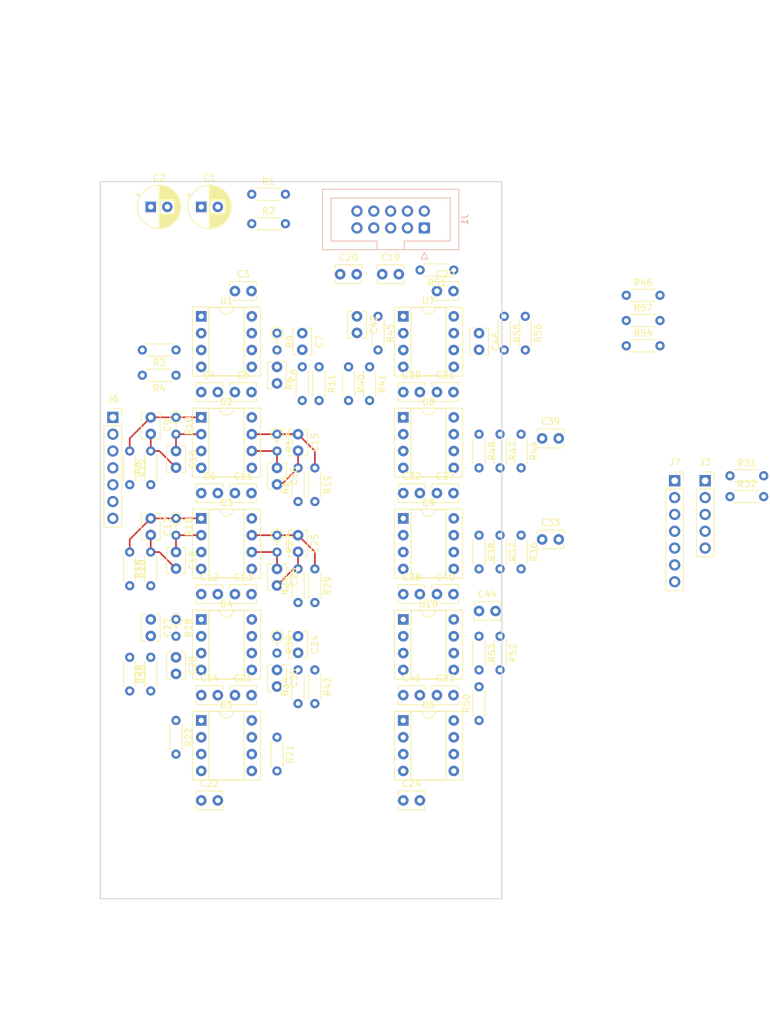
<source format=kicad_pcb>
(kicad_pcb (version 20171130) (host pcbnew 5.1.10)
  (title_block (title "(title)") (comment 1 "PCB for panel") (comment 2 "(description)") (comment 4 "License CC BY 4.0 - Attribution 4.0 International"))
  (layers (0 F.Cu signal) (31 B.Cu signal) (34 B.Paste user) (35 F.Paste user) (36 B.SilkS user) (37 F.SilkS user) (38 B.Mask user) (39 F.Mask user) (44 Edge.Cuts user))
  (net 0 "")
  (net 1 GND)
  (net 2 +15V)
  (net 3 -15V)
  (net 4 "Net-(C7-Pad1)")
  (net 5 "Net-(C8-Pad1)")
  (net 6 "Net-(C9-Pad1)")
  (net 7 "Net-(C10-Pad1)")
  (net 8 "Net-(C15-Pad1)")
  (net 9 "Net-(C16-Pad1)")
  (net 10 "Net-(C17-Pad1)")
  (net 11 "Net-(C18-Pad1)")
  (net 12 "Net-(C19-Pad1)")
  (net 13 "Net-(C20-Pad1)")
  (net 14 "Net-(C25-Pad1)")
  (net 15 "Net-(C26-Pad1)")
  (net 16 "Net-(C27-Pad1)")
  (net 17 "Net-(C28-Pad1)")
  (net 18 "Net-(C33-Pad2)")
  (net 19 "Net-(C34-Pad1)")
  (net 20 "Net-(C35-Pad1)")
  (net 21 "Net-(C39-Pad2)")
  (net 22 "Net-(C42-Pad2)")
  (net 23 "Net-(C44-Pad2)")
  (net 24 "Net-(C46-Pad2)")
  (net 25 "Net-(C46-Pad1)")
  (net 26 +5V)
  (net 27 VP)
  (net 28 VN)
  (net 29 "Net-(R3-Pad1)")
  (net 30 "Net-(R21-Pad1)")
  (net 31 "Net-(R22-Pad1)")
  (net 32 "Net-(R31-Pad2)")
  (net 33 "Net-(R32-Pad2)")
  (net 34 "Net-(R37-Pad1)")
  (net 35 "Net-(R46-Pad1)")
  (net 36 "Net-(R47-Pad1)")
  (net 37 "Net-(R52-Pad1)")
  (net 38 "Net-(R54-Pad1)")
  (net 39 "Net-(R57-Pad1)")
  (net 40 "Net-(C3-Pad1)")
  (net 41 "Net-(C5-Pad1)")
  (net 42 "Net-(C11-Pad1)")
  (net 43 "Net-(C13-Pad1)")
  (net 44 "Net-(C19-Pad2)")
  (net 45 "Net-(C20-Pad2)")
  (net 46 "Net-(C21-Pad1)")
  (net 47 "Net-(C23-Pad1)")
  (net 48 "Net-(C29-Pad1)")
  (net 49 "Net-(C31-Pad1)")
  (net 50 "Net-(C37-Pad1)")
  (net 51 "Net-(C40-Pad1)")
  (net 52 OUT)
  (net 53 A_B)
  (net 54 F_B)
  (net 55 B_B)
  (net 56 G_B)
  (net 57 C_B)
  (net 58 H_B)
  (net 59 D_B)
  (net 60 A_C)
  (net 61 COM_OUT_A)
  (net 62 COM_OUT_B)
  (net 63 IN)
  (net 64 E_B)
  (net 65 A_A)
  (net 66 J_B)
  (net 67 I_B)
  (module Resistor_THT:R_Axial_DIN0204_L3.6mm_D1.6mm_P5.08mm_Horizontal (layer F.Cu) (at 145.82 98.32)
    (fp_text reference R32 (at 2.54 -1.92) (layer F.SilkS))
    (fp_text value 330)
    (pad 2 thru_hole oval (at 5.08 0) (size 1.4 1.4) (drill 0.7) (layers *.Cu *.Mask) (net 33 "Net-(R32-Pad2)"))
    (pad 1 thru_hole circle (at 0 0) (size 1.4 1.4) (drill 0.7) (layers *.Cu *.Mask) (net 62 COM_OUT_B))
  )
  (module Resistor_THT:R_Axial_DIN0204_L3.6mm_D1.6mm_P5.08mm_Horizontal (layer F.Cu) (at 145.82 95.17)
    (fp_text reference R31 (at 2.54 -1.92) (layer F.SilkS))
    (fp_text value 330)
    (pad 2 thru_hole oval (at 5.08 0) (size 1.4 1.4) (drill 0.7) (layers *.Cu *.Mask) (net 32 "Net-(R31-Pad2)"))
    (pad 1 thru_hole circle (at 0 0) (size 1.4 1.4) (drill 0.7) (layers *.Cu *.Mask) (net 61 COM_OUT_A))
  )
  (module Connector_PinSocket_2.54mm:PinSocket_1x07_P2.54mm_Vertical (layer F.Cu) (at 137.47 95.92)
    (fp_text reference J7 (at 0 -2.77) (layer F.SilkS))
    (fp_text value Conn_01x07_Female)
    (pad 7 thru_hole oval (at 0 15.24) (size 1.7 1.7) (drill 1) (layers *.Cu *.Mask) (net 66 J_B))
    (pad 6 thru_hole oval (at 0 12.7) (size 1.7 1.7) (drill 1) (layers *.Cu *.Mask) (net 67 I_B))
    (pad 5 thru_hole oval (at 0 10.16) (size 1.7 1.7) (drill 1) (layers *.Cu *.Mask) (net 58 H_B))
    (pad 4 thru_hole oval (at 0 7.62) (size 1.7 1.7) (drill 1) (layers *.Cu *.Mask) (net 56 G_B))
    (pad 3 thru_hole oval (at 0 5.08) (size 1.7 1.7) (drill 1) (layers *.Cu *.Mask) (net 54 F_B))
    (pad 2 thru_hole oval (at 0 2.54) (size 1.7 1.7) (drill 1) (layers *.Cu *.Mask) (net 60 A_C))
    (pad 1 thru_hole rect (at 0 0) (size 1.7 1.7) (drill 1) (layers *.Cu *.Mask) (net 65 A_A))
  )
  (module Connector_PinSocket_2.54mm:PinSocket_1x07_P2.54mm_Vertical (layer F.Cu) (at 52.705 86.36)
    (fp_text reference J6 (at 0 -2.77) (layer F.SilkS))
    (fp_text value Conn_01x07_Female)
    (pad 7 thru_hole oval (at 0 15.24) (size 1.7 1.7) (drill 1) (layers *.Cu *.Mask) (net 64 E_B))
    (pad 6 thru_hole oval (at 0 12.7) (size 1.7 1.7) (drill 1) (layers *.Cu *.Mask) (net 59 D_B))
    (pad 5 thru_hole oval (at 0 10.16) (size 1.7 1.7) (drill 1) (layers *.Cu *.Mask) (net 57 C_B))
    (pad 4 thru_hole oval (at 0 7.62) (size 1.7 1.7) (drill 1) (layers *.Cu *.Mask) (net 55 B_B))
    (pad 3 thru_hole oval (at 0 5.08) (size 1.7 1.7) (drill 1) (layers *.Cu *.Mask) (net 53 A_B))
    (pad 2 thru_hole oval (at 0 2.54) (size 1.7 1.7) (drill 1) (layers *.Cu *.Mask) (net 60 A_C))
    (pad 1 thru_hole rect (at 0 0) (size 1.7 1.7) (drill 1) (layers *.Cu *.Mask) (net 65 A_A))
  )
  (module Connector_PinSocket_2.54mm:PinSocket_1x05_P2.54mm_Vertical (layer F.Cu) (at 142.07 95.92)
    (fp_text reference J3 (at 0 -2.77) (layer F.SilkS))
    (fp_text value Conn_01x05_Female)
    (pad 5 thru_hole oval (at 0 10.16) (size 1.7 1.7) (drill 1) (layers *.Cu *.Mask) (net 52 OUT))
    (pad 4 thru_hole oval (at 0 7.62) (size 1.7 1.7) (drill 1) (layers *.Cu *.Mask) (net 61 COM_OUT_A))
    (pad 3 thru_hole oval (at 0 5.08) (size 1.7 1.7) (drill 1) (layers *.Cu *.Mask) (net 62 COM_OUT_B))
    (pad 2 thru_hole oval (at 0 2.54) (size 1.7 1.7) (drill 1) (layers *.Cu *.Mask) (net 63 IN))
    (pad 1 thru_hole rect (at 0 0) (size 1.7 1.7) (drill 1) (layers *.Cu *.Mask) (net 1 GND))
  )
  (module Resistor_THT:R_Axial_DIN0204_L3.6mm_D1.6mm_P2.54mm_Vertical (layer F.Cu) (at 77.47 73.66 270)
    (fp_text reference R9 (at 1.27 -1.92 90) (layer F.SilkS))
    (fp_text value 510k)
    (pad 2 thru_hole oval (at 2.54 0 270) (size 1.4 1.4) (drill 0.7) (layers *.Cu *.Mask) (net 5 "Net-(C8-Pad1)"))
    (pad 1 thru_hole circle (at 0 0 270) (size 1.4 1.4) (drill 0.7) (layers *.Cu *.Mask) (net 4 "Net-(C7-Pad1)"))
  )
  (module Resistor_THT:R_Axial_DIN0204_L3.6mm_D1.6mm_P2.54mm_Vertical (layer F.Cu) (at 62.23 116.84 270)
    (fp_text reference R28 (at 1.27 -1.92 90) (layer F.SilkS))
    (fp_text value 560k)
    (pad 2 thru_hole oval (at 2.54 0 270) (size 1.4 1.4) (drill 0.7) (layers *.Cu *.Mask) (net 17 "Net-(C28-Pad1)"))
    (pad 1 thru_hole circle (at 0 0 270) (size 1.4 1.4) (drill 0.7) (layers *.Cu *.Mask) (net 16 "Net-(C27-Pad1)"))
  )
  (module Resistor_THT:R_Axial_DIN0204_L3.6mm_D1.6mm_P2.54mm_Vertical (layer F.Cu) (at 77.47 119.38 270)
    (fp_text reference R39 (at 1.27 -1.92 90) (layer F.SilkS))
    (fp_text value 620k)
    (pad 2 thru_hole oval (at 2.54 0 270) (size 1.4 1.4) (drill 0.7) (layers *.Cu *.Mask) (net 20 "Net-(C35-Pad1)"))
    (pad 1 thru_hole circle (at 0 0 270) (size 1.4 1.4) (drill 0.7) (layers *.Cu *.Mask) (net 19 "Net-(C34-Pad1)"))
  )
  (module Resistor_THT:R_Axial_DIN0204_L3.6mm_D1.6mm_P2.54mm_Vertical (layer F.Cu) (at 77.47 104.14 270)
    (fp_text reference R27 (at 1.27 -1.92 90) (layer F.SilkS))
    (fp_text value 510k)
    (pad 2 thru_hole oval (at 2.54 0 270) (size 1.4 1.4) (drill 0.7) (layers *.Cu *.Mask) (net 15 "Net-(C26-Pad1)"))
    (pad 1 thru_hole circle (at 0 0 270) (size 1.4 1.4) (drill 0.7) (layers *.Cu *.Mask) (net 14 "Net-(C25-Pad1)"))
  )
  (module Resistor_THT:R_Axial_DIN0204_L3.6mm_D1.6mm_P2.54mm_Vertical (layer F.Cu) (at 62.23 101.6 270)
    (fp_text reference R18 (at 1.27 -1.92 90) (layer F.SilkS))
    (fp_text value 910k)
    (pad 2 thru_hole oval (at 2.54 0 270) (size 1.4 1.4) (drill 0.7) (layers *.Cu *.Mask) (net 11 "Net-(C18-Pad1)"))
    (pad 1 thru_hole circle (at 0 0 270) (size 1.4 1.4) (drill 0.7) (layers *.Cu *.Mask) (net 10 "Net-(C17-Pad1)"))
  )
  (module Resistor_THT:R_Axial_DIN0204_L3.6mm_D1.6mm_P2.54mm_Vertical (layer F.Cu) (at 77.47 88.9 270)
    (fp_text reference R17 (at 1.27 -1.92 90) (layer F.SilkS))
    (fp_text value 820k)
    (pad 2 thru_hole oval (at 2.54 0 270) (size 1.4 1.4) (drill 0.7) (layers *.Cu *.Mask) (net 9 "Net-(C16-Pad1)"))
    (pad 1 thru_hole circle (at 0 0 270) (size 1.4 1.4) (drill 0.7) (layers *.Cu *.Mask) (net 8 "Net-(C15-Pad1)"))
  )
  (module Resistor_THT:R_Axial_DIN0204_L3.6mm_D1.6mm_P2.54mm_Vertical (layer F.Cu) (at 62.23 86.36 270)
    (fp_text reference R10 (at 1.27 -1.92 90) (layer F.SilkS))
    (fp_text value 680k)
    (pad 2 thru_hole oval (at 2.54 0 270) (size 1.4 1.4) (drill 0.7) (layers *.Cu *.Mask) (net 7 "Net-(C10-Pad1)"))
    (pad 1 thru_hole circle (at 0 0 270) (size 1.4 1.4) (drill 0.7) (layers *.Cu *.Mask) (net 6 "Net-(C9-Pad1)"))
  )
  (module Resistor_THT:R_Axial_DIN0204_L3.6mm_D1.6mm_P5.08mm_Horizontal (layer F.Cu) (at 130.175 71.755)
    (fp_text reference R57 (at 2.54 -1.92) (layer F.SilkS))
    (fp_text value 22k)
    (pad 2 thru_hole oval (at 5.08 0) (size 1.4 1.4) (drill 0.7) (layers *.Cu *.Mask) (net 44 "Net-(C19-Pad2)"))
    (pad 1 thru_hole circle (at 0 0) (size 1.4 1.4) (drill 0.7) (layers *.Cu *.Mask) (net 39 "Net-(R57-Pad1)"))
  )
  (module Resistor_THT:R_Axial_DIN0204_L3.6mm_D1.6mm_P5.08mm_Horizontal (layer F.Cu) (at 114.935 71.12 270)
    (fp_text reference R56 (at 2.54 -1.92 90) (layer F.SilkS))
    (fp_text value 330)
    (pad 2 thru_hole oval (at 5.08 0 270) (size 1.4 1.4) (drill 0.7) (layers *.Cu *.Mask) (net 25 "Net-(C46-Pad1)"))
    (pad 1 thru_hole circle (at 0 0 270) (size 1.4 1.4) (drill 0.7) (layers *.Cu *.Mask) (net 52 OUT))
  )
  (module Resistor_THT:R_Axial_DIN0204_L3.6mm_D1.6mm_P5.08mm_Horizontal (layer F.Cu) (at 111.76 71.12 270)
    (fp_text reference R55 (at 2.54 -1.92 90) (layer F.SilkS))
    (fp_text value 4k7)
    (pad 2 thru_hole oval (at 5.08 0 270) (size 1.4 1.4) (drill 0.7) (layers *.Cu *.Mask) (net 24 "Net-(C46-Pad2)"))
    (pad 1 thru_hole circle (at 0 0 270) (size 1.4 1.4) (drill 0.7) (layers *.Cu *.Mask) (net 52 OUT))
  )
  (module Resistor_THT:R_Axial_DIN0204_L3.6mm_D1.6mm_P5.08mm_Horizontal (layer F.Cu) (at 130.175 75.565)
    (fp_text reference R54 (at 2.54 -1.92) (layer F.SilkS))
    (fp_text value 33k)
    (pad 2 thru_hole oval (at 5.08 0) (size 1.4 1.4) (drill 0.7) (layers *.Cu *.Mask) (net 45 "Net-(C20-Pad2)"))
    (pad 1 thru_hole circle (at 0 0) (size 1.4 1.4) (drill 0.7) (layers *.Cu *.Mask) (net 38 "Net-(R54-Pad1)"))
  )
  (module Resistor_THT:R_Axial_DIN0204_L3.6mm_D1.6mm_P5.08mm_Horizontal (layer F.Cu) (at 107.95 119.38 270)
    (fp_text reference R53 (at 2.54 -1.92 90) (layer F.SilkS))
    (fp_text value 10k)
    (pad 2 thru_hole oval (at 5.08 0 270) (size 1.4 1.4) (drill 0.7) (layers *.Cu *.Mask) (net 23 "Net-(C44-Pad2)"))
    (pad 1 thru_hole circle (at 0 0 270) (size 1.4 1.4) (drill 0.7) (layers *.Cu *.Mask) (net 37 "Net-(R52-Pad1)"))
  )
  (module Resistor_THT:R_Axial_DIN0204_L3.6mm_D1.6mm_P5.08mm_Horizontal (layer F.Cu) (at 111.125 119.38 270)
    (fp_text reference R52 (at 2.54 -1.92 90) (layer F.SilkS))
    (fp_text value 15k4)
    (pad 2 thru_hole oval (at 5.08 0 270) (size 1.4 1.4) (drill 0.7) (layers *.Cu *.Mask) (net 66 J_B))
    (pad 1 thru_hole circle (at 0 0 270) (size 1.4 1.4) (drill 0.7) (layers *.Cu *.Mask) (net 37 "Net-(R52-Pad1)"))
  )
  (module Resistor_THT:R_Axial_DIN0204_L3.6mm_D1.6mm_P5.08mm_Horizontal (layer F.Cu) (at 104.14 64.135 180)
    (fp_text reference R51 (at 2.54 -1.92) (layer F.SilkS))
    (fp_text value 4k7)
    (pad 2 thru_hole oval (at 5.08 0 180) (size 1.4 1.4) (drill 0.7) (layers *.Cu *.Mask) (net 60 A_C))
    (pad 1 thru_hole circle (at 0 0 180) (size 1.4 1.4) (drill 0.7) (layers *.Cu *.Mask) (net 24 "Net-(C46-Pad2)"))
  )
  (module Resistor_THT:R_Axial_DIN0204_L3.6mm_D1.6mm_P5.08mm_Horizontal (layer F.Cu) (at 107.95 132.08 90)
    (fp_text reference R50 (at 2.54 -1.92 90) (layer F.SilkS))
    (fp_text value 68k)
    (pad 2 thru_hole oval (at 5.08 0 90) (size 1.4 1.4) (drill 0.7) (layers *.Cu *.Mask) (net 23 "Net-(C44-Pad2)"))
    (pad 1 thru_hole circle (at 0 0 90) (size 1.4 1.4) (drill 0.7) (layers *.Cu *.Mask) (net 1 GND))
  )
  (module Resistor_THT:R_Axial_DIN0204_L3.6mm_D1.6mm_P5.08mm_Horizontal (layer F.Cu) (at 107.95 88.9 270)
    (fp_text reference R48 (at 2.54 -1.92 90) (layer F.SilkS))
    (fp_text value 10k)
    (pad 2 thru_hole oval (at 5.08 0 270) (size 1.4 1.4) (drill 0.7) (layers *.Cu *.Mask) (net 21 "Net-(C39-Pad2)"))
    (pad 1 thru_hole circle (at 0 0 270) (size 1.4 1.4) (drill 0.7) (layers *.Cu *.Mask) (net 36 "Net-(R47-Pad1)"))
  )
  (module Resistor_THT:R_Axial_DIN0204_L3.6mm_D1.6mm_P5.08mm_Horizontal (layer F.Cu) (at 111.125 88.9 270)
    (fp_text reference R47 (at 2.54 -1.92 90) (layer F.SilkS))
    (fp_text value 16k5)
    (pad 2 thru_hole oval (at 5.08 0 270) (size 1.4 1.4) (drill 0.7) (layers *.Cu *.Mask) (net 64 E_B))
    (pad 1 thru_hole circle (at 0 0 270) (size 1.4 1.4) (drill 0.7) (layers *.Cu *.Mask) (net 36 "Net-(R47-Pad1)"))
  )
  (module Resistor_THT:R_Axial_DIN0204_L3.6mm_D1.6mm_P5.08mm_Horizontal (layer F.Cu) (at 130.175 67.945)
    (fp_text reference R46 (at 2.54 -1.92) (layer F.SilkS))
    (fp_text value 33k)
    (pad 2 thru_hole oval (at 5.08 0) (size 1.4 1.4) (drill 0.7) (layers *.Cu *.Mask) (net 44 "Net-(C19-Pad2)"))
    (pad 1 thru_hole circle (at 0 0) (size 1.4 1.4) (drill 0.7) (layers *.Cu *.Mask) (net 35 "Net-(R46-Pad1)"))
  )
  (module Resistor_THT:R_Axial_DIN0204_L3.6mm_D1.6mm_P5.08mm_Horizontal (layer F.Cu) (at 92.71 71.12 270)
    (fp_text reference R45 (at 2.54 -1.92 90) (layer F.SilkS))
    (fp_text value 47k)
    (pad 2 thru_hole oval (at 5.08 0 270) (size 1.4 1.4) (drill 0.7) (layers *.Cu *.Mask) (net 22 "Net-(C42-Pad2)"))
    (pad 1 thru_hole circle (at 0 0 270) (size 1.4 1.4) (drill 0.7) (layers *.Cu *.Mask) (net 60 A_C))
  )
  (module Resistor_THT:R_Axial_DIN0204_L3.6mm_D1.6mm_P5.08mm_Horizontal (layer F.Cu) (at 114.3 88.9 270)
    (fp_text reference R44 (at 2.54 -1.92 90) (layer F.SilkS))
    (fp_text value 130k)
    (pad 2 thru_hole oval (at 5.08 0 270) (size 1.4 1.4) (drill 0.7) (layers *.Cu *.Mask) (net 21 "Net-(C39-Pad2)"))
    (pad 1 thru_hole circle (at 0 0 270) (size 1.4 1.4) (drill 0.7) (layers *.Cu *.Mask) (net 1 GND))
  )
  (module Resistor_THT:R_Axial_DIN0204_L3.6mm_D1.6mm_P5.08mm_Horizontal (layer F.Cu) (at 83.185 124.46 270)
    (fp_text reference R42 (at 2.54 -1.92 90) (layer F.SilkS))
    (fp_text value 47k)
    (pad 2 thru_hole oval (at 5.08 0 270) (size 1.4 1.4) (drill 0.7) (layers *.Cu *.Mask) (net 45 "Net-(C20-Pad2)"))
    (pad 1 thru_hole circle (at 0 0 270) (size 1.4 1.4) (drill 0.7) (layers *.Cu *.Mask) (net 19 "Net-(C34-Pad1)"))
  )
  (module Resistor_THT:R_Axial_DIN0204_L3.6mm_D1.6mm_P5.08mm_Horizontal (layer F.Cu) (at 91.44 78.74 270)
    (fp_text reference R41 (at 2.54 -1.92 90) (layer F.SilkS))
    (fp_text value 47k)
    (pad 2 thru_hole oval (at 5.08 0 270) (size 1.4 1.4) (drill 0.7) (layers *.Cu *.Mask) (net 31 "Net-(R22-Pad1)"))
    (pad 1 thru_hole circle (at 0 0 270) (size 1.4 1.4) (drill 0.7) (layers *.Cu *.Mask) (net 22 "Net-(C42-Pad2)"))
  )
  (module Resistor_THT:R_Axial_DIN0204_L3.6mm_D1.6mm_P5.08mm_Horizontal (layer F.Cu) (at 88.265 78.74 270)
    (fp_text reference R40 (at 2.54 -1.92 90) (layer F.SilkS))
    (fp_text value 47k)
    (pad 2 thru_hole oval (at 5.08 0 270) (size 1.4 1.4) (drill 0.7) (layers *.Cu *.Mask) (net 30 "Net-(R21-Pad1)"))
    (pad 1 thru_hole circle (at 0 0 270) (size 1.4 1.4) (drill 0.7) (layers *.Cu *.Mask) (net 22 "Net-(C42-Pad2)"))
  )
  (module Resistor_THT:R_Axial_DIN0204_L3.6mm_D1.6mm_P5.08mm_Horizontal (layer F.Cu) (at 107.95 104.14 270)
    (fp_text reference R38 (at 2.54 -1.92 90) (layer F.SilkS))
    (fp_text value 10k)
    (pad 2 thru_hole oval (at 5.08 0 270) (size 1.4 1.4) (drill 0.7) (layers *.Cu *.Mask) (net 18 "Net-(C33-Pad2)"))
    (pad 1 thru_hole circle (at 0 0 270) (size 1.4 1.4) (drill 0.7) (layers *.Cu *.Mask) (net 34 "Net-(R37-Pad1)"))
  )
  (module Resistor_THT:R_Axial_DIN0204_L3.6mm_D1.6mm_P5.08mm_Horizontal (layer F.Cu) (at 111.125 104.14 270)
    (fp_text reference R37 (at 2.54 -1.92 90) (layer F.SilkS))
    (fp_text value 16k5)
    (pad 2 thru_hole oval (at 5.08 0 270) (size 1.4 1.4) (drill 0.7) (layers *.Cu *.Mask) (net 67 I_B))
    (pad 1 thru_hole circle (at 0 0 270) (size 1.4 1.4) (drill 0.7) (layers *.Cu *.Mask) (net 34 "Net-(R37-Pad1)"))
  )
  (module Resistor_THT:R_Axial_DIN0204_L3.6mm_D1.6mm_P5.08mm_Horizontal (layer F.Cu) (at 114.3 104.14 270)
    (fp_text reference R36 (at 2.54 -1.92 90) (layer F.SilkS))
    (fp_text value 82k)
    (pad 2 thru_hole oval (at 5.08 0 270) (size 1.4 1.4) (drill 0.7) (layers *.Cu *.Mask) (net 18 "Net-(C33-Pad2)"))
    (pad 1 thru_hole circle (at 0 0 270) (size 1.4 1.4) (drill 0.7) (layers *.Cu *.Mask) (net 1 GND))
  )
  (module Resistor_THT:R_Axial_DIN0204_L3.6mm_D1.6mm_P5.08mm_Horizontal (layer F.Cu) (at 80.645 129.54 90)
    (fp_text reference R34 (at 2.54 -1.92 90) (layer F.SilkS))
    (fp_text value 27k)
    (pad 2 thru_hole oval (at 5.08 0 90) (size 1.4 1.4) (drill 0.7) (layers *.Cu *.Mask) (net 59 D_B))
    (pad 1 thru_hole circle (at 0 0 90) (size 1.4 1.4) (drill 0.7) (layers *.Cu *.Mask) (net 1 GND))
  )
  (module Resistor_THT:R_Axial_DIN0204_L3.6mm_D1.6mm_P5.08mm_Horizontal (layer F.Cu) (at 55.245 122.555 270)
    (fp_text reference R30 (at 2.54 -1.92 90) (layer F.SilkS))
    (fp_text value 47k)
    (pad 2 thru_hole oval (at 5.08 0 270) (size 1.4 1.4) (drill 0.7) (layers *.Cu *.Mask) (net 44 "Net-(C19-Pad2)"))
    (pad 1 thru_hole circle (at 0 0 270) (size 1.4 1.4) (drill 0.7) (layers *.Cu *.Mask) (net 16 "Net-(C27-Pad1)"))
  )
  (module Resistor_THT:R_Axial_DIN0204_L3.6mm_D1.6mm_P5.08mm_Horizontal (layer F.Cu) (at 83.185 109.22 270)
    (fp_text reference R29 (at 2.54 -1.92 90) (layer F.SilkS))
    (fp_text value 47k)
    (pad 2 thru_hole oval (at 5.08 0 270) (size 1.4 1.4) (drill 0.7) (layers *.Cu *.Mask) (net 45 "Net-(C20-Pad2)"))
    (pad 1 thru_hole circle (at 0 0 270) (size 1.4 1.4) (drill 0.7) (layers *.Cu *.Mask) (net 14 "Net-(C25-Pad1)"))
  )
  (module Resistor_THT:R_Axial_DIN0204_L3.6mm_D1.6mm_P5.08mm_Horizontal (layer F.Cu) (at 58.42 127.635 90)
    (fp_text reference R26 (at 2.54 -1.92 90) (layer F.SilkS))
    (fp_text value 24k)
    (pad 2 thru_hole oval (at 5.08 0 90) (size 1.4 1.4) (drill 0.7) (layers *.Cu *.Mask) (net 58 H_B))
    (pad 1 thru_hole circle (at 0 0 90) (size 1.4 1.4) (drill 0.7) (layers *.Cu *.Mask) (net 1 GND))
  )
  (module Resistor_THT:R_Axial_DIN0204_L3.6mm_D1.6mm_P5.08mm_Horizontal (layer F.Cu) (at 80.645 114.3 90)
    (fp_text reference R24 (at 2.54 -1.92 90) (layer F.SilkS))
    (fp_text value 22k)
    (pad 2 thru_hole oval (at 5.08 0 90) (size 1.4 1.4) (drill 0.7) (layers *.Cu *.Mask) (net 57 C_B))
    (pad 1 thru_hole circle (at 0 0 90) (size 1.4 1.4) (drill 0.7) (layers *.Cu *.Mask) (net 1 GND))
  )
  (module Resistor_THT:R_Axial_DIN0204_L3.6mm_D1.6mm_P5.08mm_Horizontal (layer F.Cu) (at 62.23 132.08 270)
    (fp_text reference R22 (at 2.54 -1.92 90) (layer F.SilkS))
    (fp_text value 47k)
    (pad 2 thru_hole oval (at 5.08 0 270) (size 1.4 1.4) (drill 0.7) (layers *.Cu *.Mask) (net 13 "Net-(C20-Pad1)"))
    (pad 1 thru_hole circle (at 0 0 270) (size 1.4 1.4) (drill 0.7) (layers *.Cu *.Mask) (net 31 "Net-(R22-Pad1)"))
  )
  (module Resistor_THT:R_Axial_DIN0204_L3.6mm_D1.6mm_P5.08mm_Horizontal (layer F.Cu) (at 77.47 134.62 270)
    (fp_text reference R21 (at 2.54 -1.92 90) (layer F.SilkS))
    (fp_text value 47k)
    (pad 2 thru_hole oval (at 5.08 0 270) (size 1.4 1.4) (drill 0.7) (layers *.Cu *.Mask) (net 12 "Net-(C19-Pad1)"))
    (pad 1 thru_hole circle (at 0 0 270) (size 1.4 1.4) (drill 0.7) (layers *.Cu *.Mask) (net 30 "Net-(R21-Pad1)"))
  )
  (module Resistor_THT:R_Axial_DIN0204_L3.6mm_D1.6mm_P5.08mm_Horizontal (layer F.Cu) (at 55.245 106.68 270)
    (fp_text reference R20 (at 2.54 -1.92 90) (layer F.SilkS))
    (fp_text value 47k)
    (pad 2 thru_hole oval (at 5.08 0 270) (size 1.4 1.4) (drill 0.7) (layers *.Cu *.Mask) (net 44 "Net-(C19-Pad2)"))
    (pad 1 thru_hole circle (at 0 0 270) (size 1.4 1.4) (drill 0.7) (layers *.Cu *.Mask) (net 10 "Net-(C17-Pad1)"))
  )
  (module Resistor_THT:R_Axial_DIN0204_L3.6mm_D1.6mm_P5.08mm_Horizontal (layer F.Cu) (at 83.185 93.98 270)
    (fp_text reference R19 (at 2.54 -1.92 90) (layer F.SilkS))
    (fp_text value 47k)
    (pad 2 thru_hole oval (at 5.08 0 270) (size 1.4 1.4) (drill 0.7) (layers *.Cu *.Mask) (net 45 "Net-(C20-Pad2)"))
    (pad 1 thru_hole circle (at 0 0 270) (size 1.4 1.4) (drill 0.7) (layers *.Cu *.Mask) (net 8 "Net-(C15-Pad1)"))
  )
  (module Resistor_THT:R_Axial_DIN0204_L3.6mm_D1.6mm_P5.08mm_Horizontal (layer F.Cu) (at 58.42 111.76 90)
    (fp_text reference R16 (at 2.54 -1.92 90) (layer F.SilkS))
    (fp_text value 43k)
    (pad 2 thru_hole oval (at 5.08 0 90) (size 1.4 1.4) (drill 0.7) (layers *.Cu *.Mask) (net 56 G_B))
    (pad 1 thru_hole circle (at 0 0 90) (size 1.4 1.4) (drill 0.7) (layers *.Cu *.Mask) (net 1 GND))
  )
  (module Resistor_THT:R_Axial_DIN0204_L3.6mm_D1.6mm_P5.08mm_Horizontal (layer F.Cu) (at 80.645 99.06 90)
    (fp_text reference R14 (at 2.54 -1.92 90) (layer F.SilkS))
    (fp_text value 36k)
    (pad 2 thru_hole oval (at 5.08 0 90) (size 1.4 1.4) (drill 0.7) (layers *.Cu *.Mask) (net 55 B_B))
    (pad 1 thru_hole circle (at 0 0 90) (size 1.4 1.4) (drill 0.7) (layers *.Cu *.Mask) (net 1 GND))
  )
  (module Resistor_THT:R_Axial_DIN0204_L3.6mm_D1.6mm_P5.08mm_Horizontal (layer F.Cu) (at 55.245 91.44 270)
    (fp_text reference R12 (at 2.54 -1.92 90) (layer F.SilkS))
    (fp_text value 47k)
    (pad 2 thru_hole oval (at 5.08 0 270) (size 1.4 1.4) (drill 0.7) (layers *.Cu *.Mask) (net 44 "Net-(C19-Pad2)"))
    (pad 1 thru_hole circle (at 0 0 270) (size 1.4 1.4) (drill 0.7) (layers *.Cu *.Mask) (net 6 "Net-(C9-Pad1)"))
  )
  (module Resistor_THT:R_Axial_DIN0204_L3.6mm_D1.6mm_P5.08mm_Horizontal (layer F.Cu) (at 83.82 78.74 270)
    (fp_text reference R11 (at 2.54 -1.92 90) (layer F.SilkS))
    (fp_text value 47k)
    (pad 2 thru_hole oval (at 5.08 0 270) (size 1.4 1.4) (drill 0.7) (layers *.Cu *.Mask) (net 45 "Net-(C20-Pad2)"))
    (pad 1 thru_hole circle (at 0 0 270) (size 1.4 1.4) (drill 0.7) (layers *.Cu *.Mask) (net 4 "Net-(C7-Pad1)"))
  )
  (module Resistor_THT:R_Axial_DIN0204_L3.6mm_D1.6mm_P5.08mm_Horizontal (layer F.Cu) (at 58.42 96.52 90)
    (fp_text reference R8 (at 2.54 -1.92 90) (layer F.SilkS))
    (fp_text value 30k)
    (pad 2 thru_hole oval (at 5.08 0 90) (size 1.4 1.4) (drill 0.7) (layers *.Cu *.Mask) (net 54 F_B))
    (pad 1 thru_hole circle (at 0 0 90) (size 1.4 1.4) (drill 0.7) (layers *.Cu *.Mask) (net 1 GND))
  )
  (module Resistor_THT:R_Axial_DIN0204_L3.6mm_D1.6mm_P5.08mm_Horizontal (layer F.Cu) (at 81.28 83.82 90)
    (fp_text reference R6 (at 2.54 -1.92 90) (layer F.SilkS))
    (fp_text value 91k)
    (pad 2 thru_hole oval (at 5.08 0 90) (size 1.4 1.4) (drill 0.7) (layers *.Cu *.Mask) (net 53 A_B))
    (pad 1 thru_hole circle (at 0 0 90) (size 1.4 1.4) (drill 0.7) (layers *.Cu *.Mask) (net 1 GND))
  )
  (module Resistor_THT:R_Axial_DIN0204_L3.6mm_D1.6mm_P5.08mm_Horizontal (layer F.Cu) (at 62.23 80.01 180)
    (fp_text reference R4 (at 2.54 -1.92) (layer F.SilkS))
    (fp_text value 470k)
    (pad 2 thru_hole oval (at 5.08 0 180) (size 1.4 1.4) (drill 0.7) (layers *.Cu *.Mask) (net 1 GND))
    (pad 1 thru_hole circle (at 0 0 180) (size 1.4 1.4) (drill 0.7) (layers *.Cu *.Mask) (net 29 "Net-(R3-Pad1)"))
  )
  (module Resistor_THT:R_Axial_DIN0204_L3.6mm_D1.6mm_P5.08mm_Horizontal (layer F.Cu) (at 62.23 76.2 180)
    (fp_text reference R3 (at 2.54 -1.92) (layer F.SilkS))
    (fp_text value 3k3)
    (pad 2 thru_hole oval (at 5.08 0 180) (size 1.4 1.4) (drill 0.7) (layers *.Cu *.Mask) (net 63 IN))
    (pad 1 thru_hole circle (at 0 0 180) (size 1.4 1.4) (drill 0.7) (layers *.Cu *.Mask) (net 29 "Net-(R3-Pad1)"))
  )
  (module Resistor_THT:R_Axial_DIN0204_L3.6mm_D1.6mm_P5.08mm_Horizontal (layer F.Cu) (at 73.66 57.15)
    (fp_text reference R2 (at 2.54 -1.92) (layer F.SilkS))
    (fp_text value 10)
    (pad 2 thru_hole oval (at 5.08 0) (size 1.4 1.4) (drill 0.7) (layers *.Cu *.Mask) (net 28 VN))
    (pad 1 thru_hole circle (at 0 0) (size 1.4 1.4) (drill 0.7) (layers *.Cu *.Mask) (net 3 -15V))
  )
  (module Resistor_THT:R_Axial_DIN0204_L3.6mm_D1.6mm_P5.08mm_Horizontal (layer F.Cu) (at 73.66 52.705)
    (fp_text reference R1 (at 2.54 -1.92) (layer F.SilkS))
    (fp_text value 10)
    (pad 2 thru_hole oval (at 5.08 0) (size 1.4 1.4) (drill 0.7) (layers *.Cu *.Mask) (net 27 VP))
    (pad 1 thru_hole circle (at 0 0) (size 1.4 1.4) (drill 0.7) (layers *.Cu *.Mask) (net 2 +15V))
  )
  (module Capacitor_THT:C_Disc_D3.8mm_W2.6mm_P2.50mm (layer F.Cu) (at 107.95 73.66 270)
    (fp_text reference C46 (at 1.25 -2.55 90) (layer F.SilkS))
    (fp_text value 47p)
    (pad 2 thru_hole circle (at 2.5 0 270) (size 1.6 1.6) (drill 0.8) (layers *.Cu *.Mask) (net 24 "Net-(C46-Pad2)"))
    (pad 1 thru_hole circle (at 0 0 270) (size 1.6 1.6) (drill 0.8) (layers *.Cu *.Mask) (net 25 "Net-(C46-Pad1)"))
  )
  (module Capacitor_THT:C_Disc_D3.8mm_W2.6mm_P2.50mm (layer F.Cu) (at 107.95 115.57)
    (fp_text reference C44 (at 1.25 -2.55) (layer F.SilkS))
    (fp_text value 220p)
    (pad 2 thru_hole circle (at 2.5 0) (size 1.6 1.6) (drill 0.8) (layers *.Cu *.Mask) (net 23 "Net-(C44-Pad2)"))
    (pad 1 thru_hole circle (at 0 0) (size 1.6 1.6) (drill 0.8) (layers *.Cu *.Mask) (net 1 GND))
  )
  (module Capacitor_THT:C_Disc_D3.8mm_W2.6mm_P2.50mm (layer F.Cu) (at 89.535 71.12 270)
    (fp_text reference C42 (at 1.25 -2.55 90) (layer F.SilkS))
    (fp_text value 47p)
    (pad 2 thru_hole circle (at 2.5 0 270) (size 1.6 1.6) (drill 0.8) (layers *.Cu *.Mask) (net 22 "Net-(C42-Pad2)"))
    (pad 1 thru_hole circle (at 0 0 270) (size 1.6 1.6) (drill 0.8) (layers *.Cu *.Mask) (net 60 A_C))
  )
  (module Capacitor_THT:C_Disc_D3.8mm_W2.6mm_P2.50mm (layer F.Cu) (at 96.52 128.27)
    (fp_text reference C41 (at 1.25 -2.55) (layer F.SilkS))
    (fp_text value 0.1u)
    (pad 2 thru_hole circle (at 2.5 0) (size 1.6 1.6) (drill 0.8) (layers *.Cu *.Mask) (net 51 "Net-(C40-Pad1)"))
    (pad 1 thru_hole circle (at 0 0) (size 1.6 1.6) (drill 0.8) (layers *.Cu *.Mask) (net 3 -15V))
  )
  (module Capacitor_THT:C_Disc_D3.8mm_W2.6mm_P2.50mm (layer F.Cu) (at 101.6 113.03)
    (fp_text reference C40 (at 1.25 -2.55) (layer F.SilkS))
    (fp_text value 0.1u)
    (pad 2 thru_hole circle (at 2.5 0) (size 1.6 1.6) (drill 0.8) (layers *.Cu *.Mask) (net 2 +15V))
    (pad 1 thru_hole circle (at 0 0) (size 1.6 1.6) (drill 0.8) (layers *.Cu *.Mask) (net 51 "Net-(C40-Pad1)"))
  )
  (module Capacitor_THT:C_Disc_D3.8mm_W2.6mm_P2.50mm (layer F.Cu) (at 117.475 89.535)
    (fp_text reference C39 (at 1.25 -2.55) (layer F.SilkS))
    (fp_text value 220p)
    (pad 2 thru_hole circle (at 2.5 0) (size 1.6 1.6) (drill 0.8) (layers *.Cu *.Mask) (net 21 "Net-(C39-Pad2)"))
    (pad 1 thru_hole circle (at 0 0) (size 1.6 1.6) (drill 0.8) (layers *.Cu *.Mask) (net 1 GND))
  )
  (module Capacitor_THT:C_Disc_D3.8mm_W2.6mm_P2.50mm (layer F.Cu) (at 96.52 113.03)
    (fp_text reference C38 (at 1.25 -2.55) (layer F.SilkS))
    (fp_text value 0.1u)
    (pad 2 thru_hole circle (at 2.5 0) (size 1.6 1.6) (drill 0.8) (layers *.Cu *.Mask) (net 50 "Net-(C37-Pad1)"))
    (pad 1 thru_hole circle (at 0 0) (size 1.6 1.6) (drill 0.8) (layers *.Cu *.Mask) (net 3 -15V))
  )
  (module Capacitor_THT:C_Disc_D3.8mm_W2.6mm_P2.50mm (layer F.Cu) (at 101.6 97.79)
    (fp_text reference C37 (at 1.25 -2.55) (layer F.SilkS))
    (fp_text value 0.1u)
    (pad 2 thru_hole circle (at 2.5 0) (size 1.6 1.6) (drill 0.8) (layers *.Cu *.Mask) (net 2 +15V))
    (pad 1 thru_hole circle (at 0 0) (size 1.6 1.6) (drill 0.8) (layers *.Cu *.Mask) (net 50 "Net-(C37-Pad1)"))
  )
  (module Capacitor_THT:C_Disc_D3.8mm_W2.6mm_P2.50mm (layer F.Cu) (at 77.47 124.46 270)
    (fp_text reference C35 (at 1.25 -2.55 90) (layer F.SilkS))
    (fp_text value 1n)
    (pad 2 thru_hole circle (at 2.5 0 270) (size 1.6 1.6) (drill 0.8) (layers *.Cu *.Mask) (net 59 D_B))
    (pad 1 thru_hole circle (at 0 0 270) (size 1.6 1.6) (drill 0.8) (layers *.Cu *.Mask) (net 20 "Net-(C35-Pad1)"))
  )
  (module Capacitor_THT:C_Disc_D3.8mm_W2.6mm_P2.50mm (layer F.Cu) (at 80.645 119.38 270)
    (fp_text reference C34 (at 1.25 -2.55 90) (layer F.SilkS))
    (fp_text value 1n)
    (pad 2 thru_hole circle (at 2.5 0 270) (size 1.6 1.6) (drill 0.8) (layers *.Cu *.Mask) (net 59 D_B))
    (pad 1 thru_hole circle (at 0 0 270) (size 1.6 1.6) (drill 0.8) (layers *.Cu *.Mask) (net 19 "Net-(C34-Pad1)"))
  )
  (module Capacitor_THT:C_Disc_D3.8mm_W2.6mm_P2.50mm (layer F.Cu) (at 117.475 104.775)
    (fp_text reference C33 (at 1.25 -2.55) (layer F.SilkS))
    (fp_text value 680p)
    (pad 2 thru_hole circle (at 2.5 0) (size 1.6 1.6) (drill 0.8) (layers *.Cu *.Mask) (net 18 "Net-(C33-Pad2)"))
    (pad 1 thru_hole circle (at 0 0) (size 1.6 1.6) (drill 0.8) (layers *.Cu *.Mask) (net 1 GND))
  )
  (module Capacitor_THT:C_Disc_D3.8mm_W2.6mm_P2.50mm (layer F.Cu) (at 96.52 97.79)
    (fp_text reference C32 (at 1.25 -2.55) (layer F.SilkS))
    (fp_text value 0.1u)
    (pad 2 thru_hole circle (at 2.5 0) (size 1.6 1.6) (drill 0.8) (layers *.Cu *.Mask) (net 49 "Net-(C31-Pad1)"))
    (pad 1 thru_hole circle (at 0 0) (size 1.6 1.6) (drill 0.8) (layers *.Cu *.Mask) (net 3 -15V))
  )
  (module Capacitor_THT:C_Disc_D3.8mm_W2.6mm_P2.50mm (layer F.Cu) (at 101.6 82.55)
    (fp_text reference C31 (at 1.25 -2.55) (layer F.SilkS))
    (fp_text value 0.1u)
    (pad 2 thru_hole circle (at 2.5 0) (size 1.6 1.6) (drill 0.8) (layers *.Cu *.Mask) (net 2 +15V))
    (pad 1 thru_hole circle (at 0 0) (size 1.6 1.6) (drill 0.8) (layers *.Cu *.Mask) (net 49 "Net-(C31-Pad1)"))
  )
  (module Capacitor_THT:C_Disc_D3.8mm_W2.6mm_P2.50mm (layer F.Cu) (at 96.52 82.55)
    (fp_text reference C30 (at 1.25 -2.55) (layer F.SilkS))
    (fp_text value 0.1u)
    (pad 2 thru_hole circle (at 2.5 0) (size 1.6 1.6) (drill 0.8) (layers *.Cu *.Mask) (net 48 "Net-(C29-Pad1)"))
    (pad 1 thru_hole circle (at 0 0) (size 1.6 1.6) (drill 0.8) (layers *.Cu *.Mask) (net 3 -15V))
  )
  (module Capacitor_THT:C_Disc_D3.8mm_W2.6mm_P2.50mm (layer F.Cu) (at 101.6 67.31)
    (fp_text reference C29 (at 1.25 -2.55) (layer F.SilkS))
    (fp_text value 0.1u)
    (pad 2 thru_hole circle (at 2.5 0) (size 1.6 1.6) (drill 0.8) (layers *.Cu *.Mask) (net 2 +15V))
    (pad 1 thru_hole circle (at 0 0) (size 1.6 1.6) (drill 0.8) (layers *.Cu *.Mask) (net 48 "Net-(C29-Pad1)"))
  )
  (module Capacitor_THT:C_Disc_D3.8mm_W2.6mm_P2.50mm (layer F.Cu) (at 62.23 122.555 270)
    (fp_text reference C28 (at 1.25 -2.55 90) (layer F.SilkS))
    (fp_text value 2n2)
    (pad 2 thru_hole circle (at 2.5 0 270) (size 1.6 1.6) (drill 0.8) (layers *.Cu *.Mask) (net 58 H_B))
    (pad 1 thru_hole circle (at 0 0 270) (size 1.6 1.6) (drill 0.8) (layers *.Cu *.Mask) (net 17 "Net-(C28-Pad1)"))
  )
  (module Capacitor_THT:C_Disc_D3.8mm_W2.6mm_P2.50mm (layer F.Cu) (at 58.42 116.84 270)
    (fp_text reference C27 (at 1.25 -2.55 90) (layer F.SilkS))
    (fp_text value 2n2)
    (pad 2 thru_hole circle (at 2.5 0 270) (size 1.6 1.6) (drill 0.8) (layers *.Cu *.Mask) (net 58 H_B))
    (pad 1 thru_hole circle (at 0 0 270) (size 1.6 1.6) (drill 0.8) (layers *.Cu *.Mask) (net 16 "Net-(C27-Pad1)"))
  )
  (module Capacitor_THT:C_Disc_D3.8mm_W2.6mm_P2.50mm (layer F.Cu) (at 77.47 109.22 270)
    (fp_text reference C26 (at 1.25 -2.55 90) (layer F.SilkS))
    (fp_text value 4n7)
    (pad 2 thru_hole circle (at 2.5 0 270) (size 1.6 1.6) (drill 0.8) (layers *.Cu *.Mask) (net 57 C_B))
    (pad 1 thru_hole circle (at 0 0 270) (size 1.6 1.6) (drill 0.8) (layers *.Cu *.Mask) (net 15 "Net-(C26-Pad1)"))
  )
  (module Capacitor_THT:C_Disc_D3.8mm_W2.6mm_P2.50mm (layer F.Cu) (at 80.645 104.14 270)
    (fp_text reference C25 (at 1.25 -2.55 90) (layer F.SilkS))
    (fp_text value 4n7)
    (pad 2 thru_hole circle (at 2.5 0 270) (size 1.6 1.6) (drill 0.8) (layers *.Cu *.Mask) (net 57 C_B))
    (pad 1 thru_hole circle (at 0 0 270) (size 1.6 1.6) (drill 0.8) (layers *.Cu *.Mask) (net 14 "Net-(C25-Pad1)"))
  )
  (module Capacitor_THT:C_Disc_D3.8mm_W2.6mm_P2.50mm (layer F.Cu) (at 96.52 144.145)
    (fp_text reference C24 (at 1.25 -2.55) (layer F.SilkS))
    (fp_text value 0.1u)
    (pad 2 thru_hole circle (at 2.5 0) (size 1.6 1.6) (drill 0.8) (layers *.Cu *.Mask) (net 47 "Net-(C23-Pad1)"))
    (pad 1 thru_hole circle (at 0 0) (size 1.6 1.6) (drill 0.8) (layers *.Cu *.Mask) (net 3 -15V))
  )
  (module Capacitor_THT:C_Disc_D3.8mm_W2.6mm_P2.50mm (layer F.Cu) (at 101.6 128.27)
    (fp_text reference C23 (at 1.25 -2.55) (layer F.SilkS))
    (fp_text value 0.1u)
    (pad 2 thru_hole circle (at 2.5 0) (size 1.6 1.6) (drill 0.8) (layers *.Cu *.Mask) (net 2 +15V))
    (pad 1 thru_hole circle (at 0 0) (size 1.6 1.6) (drill 0.8) (layers *.Cu *.Mask) (net 47 "Net-(C23-Pad1)"))
  )
  (module Capacitor_THT:C_Disc_D3.8mm_W2.6mm_P2.50mm (layer F.Cu) (at 66.04 144.145)
    (fp_text reference C22 (at 1.25 -2.55) (layer F.SilkS))
    (fp_text value 0.1u)
    (pad 2 thru_hole circle (at 2.5 0) (size 1.6 1.6) (drill 0.8) (layers *.Cu *.Mask) (net 46 "Net-(C21-Pad1)"))
    (pad 1 thru_hole circle (at 0 0) (size 1.6 1.6) (drill 0.8) (layers *.Cu *.Mask) (net 3 -15V))
  )
  (module Capacitor_THT:C_Disc_D3.8mm_W2.6mm_P2.50mm (layer F.Cu) (at 71.12 128.27)
    (fp_text reference C21 (at 1.25 -2.55) (layer F.SilkS))
    (fp_text value 0.1u)
    (pad 2 thru_hole circle (at 2.5 0) (size 1.6 1.6) (drill 0.8) (layers *.Cu *.Mask) (net 2 +15V))
    (pad 1 thru_hole circle (at 0 0) (size 1.6 1.6) (drill 0.8) (layers *.Cu *.Mask) (net 46 "Net-(C21-Pad1)"))
  )
  (module Capacitor_THT:C_Disc_D3.8mm_W2.6mm_P2.50mm (layer F.Cu) (at 86.995 64.77)
    (fp_text reference C20 (at 1.25 -2.55) (layer F.SilkS))
    (fp_text value 4u7)
    (pad 2 thru_hole circle (at 2.5 0) (size 1.6 1.6) (drill 0.8) (layers *.Cu *.Mask) (net 45 "Net-(C20-Pad2)"))
    (pad 1 thru_hole circle (at 0 0) (size 1.6 1.6) (drill 0.8) (layers *.Cu *.Mask) (net 13 "Net-(C20-Pad1)"))
  )
  (module Capacitor_THT:C_Disc_D3.8mm_W2.6mm_P2.50mm (layer F.Cu) (at 93.345 64.77)
    (fp_text reference C19 (at 1.25 -2.55) (layer F.SilkS))
    (fp_text value 4u7)
    (pad 2 thru_hole circle (at 2.5 0) (size 1.6 1.6) (drill 0.8) (layers *.Cu *.Mask) (net 44 "Net-(C19-Pad2)"))
    (pad 1 thru_hole circle (at 0 0) (size 1.6 1.6) (drill 0.8) (layers *.Cu *.Mask) (net 12 "Net-(C19-Pad1)"))
  )
  (module Capacitor_THT:C_Disc_D3.8mm_W2.6mm_P2.50mm (layer F.Cu) (at 62.23 106.68 270)
    (fp_text reference C18 (at 1.25 -2.55 90) (layer F.SilkS))
    (fp_text value 4n7)
    (pad 2 thru_hole circle (at 2.5 0 270) (size 1.6 1.6) (drill 0.8) (layers *.Cu *.Mask) (net 56 G_B))
    (pad 1 thru_hole circle (at 0 0 270) (size 1.6 1.6) (drill 0.8) (layers *.Cu *.Mask) (net 11 "Net-(C18-Pad1)"))
  )
  (module Capacitor_THT:C_Disc_D3.8mm_W2.6mm_P2.50mm (layer F.Cu) (at 58.42 101.6 270)
    (fp_text reference C17 (at 1.25 -2.55 90) (layer F.SilkS))
    (fp_text value 4n7)
    (pad 2 thru_hole circle (at 2.5 0 270) (size 1.6 1.6) (drill 0.8) (layers *.Cu *.Mask) (net 56 G_B))
    (pad 1 thru_hole circle (at 0 0 270) (size 1.6 1.6) (drill 0.8) (layers *.Cu *.Mask) (net 10 "Net-(C17-Pad1)"))
  )
  (module Capacitor_THT:C_Disc_D3.8mm_W2.6mm_P2.50mm (layer F.Cu) (at 77.47 93.98 270)
    (fp_text reference C16 (at 1.25 -2.55 90) (layer F.SilkS))
    (fp_text value 10n)
    (pad 2 thru_hole circle (at 2.5 0 270) (size 1.6 1.6) (drill 0.8) (layers *.Cu *.Mask) (net 55 B_B))
    (pad 1 thru_hole circle (at 0 0 270) (size 1.6 1.6) (drill 0.8) (layers *.Cu *.Mask) (net 9 "Net-(C16-Pad1)"))
  )
  (module Capacitor_THT:C_Disc_D3.8mm_W2.6mm_P2.50mm (layer F.Cu) (at 80.645 88.9 270)
    (fp_text reference C15 (at 1.25 -2.55 90) (layer F.SilkS))
    (fp_text value 10n)
    (pad 2 thru_hole circle (at 2.5 0 270) (size 1.6 1.6) (drill 0.8) (layers *.Cu *.Mask) (net 55 B_B))
    (pad 1 thru_hole circle (at 0 0 270) (size 1.6 1.6) (drill 0.8) (layers *.Cu *.Mask) (net 8 "Net-(C15-Pad1)"))
  )
  (module Capacitor_THT:C_Disc_D3.8mm_W2.6mm_P2.50mm (layer F.Cu) (at 66.04 128.27)
    (fp_text reference C14 (at 1.25 -2.55) (layer F.SilkS))
    (fp_text value 0.1u)
    (pad 2 thru_hole circle (at 2.5 0) (size 1.6 1.6) (drill 0.8) (layers *.Cu *.Mask) (net 43 "Net-(C13-Pad1)"))
    (pad 1 thru_hole circle (at 0 0) (size 1.6 1.6) (drill 0.8) (layers *.Cu *.Mask) (net 3 -15V))
  )
  (module Capacitor_THT:C_Disc_D3.8mm_W2.6mm_P2.50mm (layer F.Cu) (at 71.12 113.03)
    (fp_text reference C13 (at 1.25 -2.55) (layer F.SilkS))
    (fp_text value 0.1u)
    (pad 2 thru_hole circle (at 2.5 0) (size 1.6 1.6) (drill 0.8) (layers *.Cu *.Mask) (net 2 +15V))
    (pad 1 thru_hole circle (at 0 0) (size 1.6 1.6) (drill 0.8) (layers *.Cu *.Mask) (net 43 "Net-(C13-Pad1)"))
  )
  (module Capacitor_THT:C_Disc_D3.8mm_W2.6mm_P2.50mm (layer F.Cu) (at 66.04 113.03)
    (fp_text reference C12 (at 1.25 -2.55) (layer F.SilkS))
    (fp_text value 0.1u)
    (pad 2 thru_hole circle (at 2.5 0) (size 1.6 1.6) (drill 0.8) (layers *.Cu *.Mask) (net 42 "Net-(C11-Pad1)"))
    (pad 1 thru_hole circle (at 0 0) (size 1.6 1.6) (drill 0.8) (layers *.Cu *.Mask) (net 3 -15V))
  )
  (module Capacitor_THT:C_Disc_D3.8mm_W2.6mm_P2.50mm (layer F.Cu) (at 71.12 97.79)
    (fp_text reference C11 (at 1.25 -2.55) (layer F.SilkS))
    (fp_text value 0.1u)
    (pad 2 thru_hole circle (at 2.5 0) (size 1.6 1.6) (drill 0.8) (layers *.Cu *.Mask) (net 2 +15V))
    (pad 1 thru_hole circle (at 0 0) (size 1.6 1.6) (drill 0.8) (layers *.Cu *.Mask) (net 42 "Net-(C11-Pad1)"))
  )
  (module Capacitor_THT:C_Disc_D3.8mm_W2.6mm_P2.50mm (layer F.Cu) (at 62.23 91.44 270)
    (fp_text reference C10 (at 1.25 -2.55 90) (layer F.SilkS))
    (fp_text value 22n)
    (pad 2 thru_hole circle (at 2.5 0 270) (size 1.6 1.6) (drill 0.8) (layers *.Cu *.Mask) (net 54 F_B))
    (pad 1 thru_hole circle (at 0 0 270) (size 1.6 1.6) (drill 0.8) (layers *.Cu *.Mask) (net 7 "Net-(C10-Pad1)"))
  )
  (module Capacitor_THT:C_Disc_D3.8mm_W2.6mm_P2.50mm (layer F.Cu) (at 58.42 86.36 270)
    (fp_text reference C9 (at 1.25 -2.55 90) (layer F.SilkS))
    (fp_text value 22n)
    (pad 2 thru_hole circle (at 2.5 0 270) (size 1.6 1.6) (drill 0.8) (layers *.Cu *.Mask) (net 54 F_B))
    (pad 1 thru_hole circle (at 0 0 270) (size 1.6 1.6) (drill 0.8) (layers *.Cu *.Mask) (net 6 "Net-(C9-Pad1)"))
  )
  (module Capacitor_THT:C_Disc_D3.8mm_W2.6mm_P2.50mm (layer F.Cu) (at 77.47 78.74 270)
    (fp_text reference C8 (at 1.25 -2.55 90) (layer F.SilkS))
    (fp_text value 47n)
    (pad 2 thru_hole circle (at 2.5 0 270) (size 1.6 1.6) (drill 0.8) (layers *.Cu *.Mask) (net 53 A_B))
    (pad 1 thru_hole circle (at 0 0 270) (size 1.6 1.6) (drill 0.8) (layers *.Cu *.Mask) (net 5 "Net-(C8-Pad1)"))
  )
  (module Capacitor_THT:C_Disc_D3.8mm_W2.6mm_P2.50mm (layer F.Cu) (at 81.28 73.66 270)
    (fp_text reference C7 (at 1.25 -2.55 90) (layer F.SilkS))
    (fp_text value 47n)
    (pad 2 thru_hole circle (at 2.5 0 270) (size 1.6 1.6) (drill 0.8) (layers *.Cu *.Mask) (net 53 A_B))
    (pad 1 thru_hole circle (at 0 0 270) (size 1.6 1.6) (drill 0.8) (layers *.Cu *.Mask) (net 4 "Net-(C7-Pad1)"))
  )
  (module Capacitor_THT:C_Disc_D3.8mm_W2.6mm_P2.50mm (layer F.Cu) (at 66.04 97.79)
    (fp_text reference C6 (at 1.25 -2.55) (layer F.SilkS))
    (fp_text value 0.1u)
    (pad 2 thru_hole circle (at 2.5 0) (size 1.6 1.6) (drill 0.8) (layers *.Cu *.Mask) (net 41 "Net-(C5-Pad1)"))
    (pad 1 thru_hole circle (at 0 0) (size 1.6 1.6) (drill 0.8) (layers *.Cu *.Mask) (net 3 -15V))
  )
  (module Capacitor_THT:C_Disc_D3.8mm_W2.6mm_P2.50mm (layer F.Cu) (at 71.12 82.55)
    (fp_text reference C5 (at 1.25 -2.55) (layer F.SilkS))
    (fp_text value 0.1u)
    (pad 2 thru_hole circle (at 2.5 0) (size 1.6 1.6) (drill 0.8) (layers *.Cu *.Mask) (net 2 +15V))
    (pad 1 thru_hole circle (at 0 0) (size 1.6 1.6) (drill 0.8) (layers *.Cu *.Mask) (net 41 "Net-(C5-Pad1)"))
  )
  (module Capacitor_THT:C_Disc_D3.8mm_W2.6mm_P2.50mm (layer F.Cu) (at 66.04 82.55)
    (fp_text reference C4 (at 1.25 -2.55) (layer F.SilkS))
    (fp_text value 0.1u)
    (pad 2 thru_hole circle (at 2.5 0) (size 1.6 1.6) (drill 0.8) (layers *.Cu *.Mask) (net 40 "Net-(C3-Pad1)"))
    (pad 1 thru_hole circle (at 0 0) (size 1.6 1.6) (drill 0.8) (layers *.Cu *.Mask) (net 3 -15V))
  )
  (module Capacitor_THT:C_Disc_D3.8mm_W2.6mm_P2.50mm (layer F.Cu) (at 71.12 67.31)
    (fp_text reference C3 (at 1.25 -2.55) (layer F.SilkS))
    (fp_text value 0.1u)
    (pad 2 thru_hole circle (at 2.5 0) (size 1.6 1.6) (drill 0.8) (layers *.Cu *.Mask) (net 2 +15V))
    (pad 1 thru_hole circle (at 0 0) (size 1.6 1.6) (drill 0.8) (layers *.Cu *.Mask) (net 40 "Net-(C3-Pad1)"))
  )
  (module Capacitor_THT:CP_Radial_D6.3mm_P2.50mm (layer F.Cu) (at 58.42 54.61)
    (fp_text reference C2 (at 1.25 -4.4) (layer F.SilkS))
    (fp_text value 22u)
    (pad 2 thru_hole circle (at 2.5 0) (size 1.6 1.6) (drill 0.8) (layers *.Cu *.Mask) (net 3 -15V))
    (pad 1 thru_hole rect (at 0 0) (size 1.6 1.6) (drill 0.8) (layers *.Cu *.Mask) (net 1 GND))
  )
  (module Capacitor_THT:CP_Radial_D6.3mm_P2.50mm (layer F.Cu) (at 66.04 54.61)
    (fp_text reference C1 (at 1.25 -4.4) (layer F.SilkS))
    (fp_text value 22u)
    (pad 2 thru_hole circle (at 2.5 0) (size 1.6 1.6) (drill 0.8) (layers *.Cu *.Mask) (net 1 GND))
    (pad 1 thru_hole rect (at 0 0) (size 1.6 1.6) (drill 0.8) (layers *.Cu *.Mask) (net 2 +15V))
  )
  (module Package_DIP:DIP-8_W7.62mm_Socket (layer F.Cu) (at 96.52 116.84)
    (fp_text reference U10 (at 3.81 -2.33) (layer F.SilkS))
    (fp_text value LF353)
    (pad 8 thru_hole oval (at 7.62 0) (size 1.6 1.6) (drill 0.8) (layers *.Cu *.Mask) (net 2 +15V))
    (pad 4 thru_hole oval (at 0 7.62) (size 1.6 1.6) (drill 0.8) (layers *.Cu *.Mask) (net 3 -15V))
    (pad 7 thru_hole oval (at 7.62 2.54) (size 1.6 1.6) (drill 0.8) (layers *.Cu *.Mask) (net 37 "Net-(R52-Pad1)"))
    (pad 3 thru_hole oval (at 0 5.08) (size 1.6 1.6) (drill 0.8) (layers *.Cu *.Mask) (net 37 "Net-(R52-Pad1)"))
    (pad 6 thru_hole oval (at 7.62 5.08) (size 1.6 1.6) (drill 0.8) (layers *.Cu *.Mask) (net 66 J_B))
    (pad 2 thru_hole oval (at 0 2.54) (size 1.6 1.6) (drill 0.8) (layers *.Cu *.Mask) (net 39 "Net-(R57-Pad1)"))
    (pad 5 thru_hole oval (at 7.62 7.62) (size 1.6 1.6) (drill 0.8) (layers *.Cu *.Mask) (net 23 "Net-(C44-Pad2)"))
    (pad 1 thru_hole rect (at 0 0) (size 1.6 1.6) (drill 0.8) (layers *.Cu *.Mask) (net 39 "Net-(R57-Pad1)"))
  )
  (module Package_DIP:DIP-8_W7.62mm_Socket (layer F.Cu) (at 96.52 101.6)
    (fp_text reference U9 (at 3.81 -2.33) (layer F.SilkS))
    (fp_text value LF353)
    (pad 8 thru_hole oval (at 7.62 0) (size 1.6 1.6) (drill 0.8) (layers *.Cu *.Mask) (net 2 +15V))
    (pad 4 thru_hole oval (at 0 7.62) (size 1.6 1.6) (drill 0.8) (layers *.Cu *.Mask) (net 3 -15V))
    (pad 7 thru_hole oval (at 7.62 2.54) (size 1.6 1.6) (drill 0.8) (layers *.Cu *.Mask) (net 34 "Net-(R37-Pad1)"))
    (pad 3 thru_hole oval (at 0 5.08) (size 1.6 1.6) (drill 0.8) (layers *.Cu *.Mask) (net 34 "Net-(R37-Pad1)"))
    (pad 6 thru_hole oval (at 7.62 5.08) (size 1.6 1.6) (drill 0.8) (layers *.Cu *.Mask) (net 67 I_B))
    (pad 2 thru_hole oval (at 0 2.54) (size 1.6 1.6) (drill 0.8) (layers *.Cu *.Mask) (net 35 "Net-(R46-Pad1)"))
    (pad 5 thru_hole oval (at 7.62 7.62) (size 1.6 1.6) (drill 0.8) (layers *.Cu *.Mask) (net 18 "Net-(C33-Pad2)"))
    (pad 1 thru_hole rect (at 0 0) (size 1.6 1.6) (drill 0.8) (layers *.Cu *.Mask) (net 35 "Net-(R46-Pad1)"))
  )
  (module Package_DIP:DIP-8_W7.62mm_Socket (layer F.Cu) (at 96.52 86.36)
    (fp_text reference U8 (at 3.81 -2.33) (layer F.SilkS))
    (fp_text value LF353)
    (pad 8 thru_hole oval (at 7.62 0) (size 1.6 1.6) (drill 0.8) (layers *.Cu *.Mask) (net 2 +15V))
    (pad 4 thru_hole oval (at 0 7.62) (size 1.6 1.6) (drill 0.8) (layers *.Cu *.Mask) (net 3 -15V))
    (pad 7 thru_hole oval (at 7.62 2.54) (size 1.6 1.6) (drill 0.8) (layers *.Cu *.Mask) (net 36 "Net-(R47-Pad1)"))
    (pad 3 thru_hole oval (at 0 5.08) (size 1.6 1.6) (drill 0.8) (layers *.Cu *.Mask) (net 36 "Net-(R47-Pad1)"))
    (pad 6 thru_hole oval (at 7.62 5.08) (size 1.6 1.6) (drill 0.8) (layers *.Cu *.Mask) (net 64 E_B))
    (pad 2 thru_hole oval (at 0 2.54) (size 1.6 1.6) (drill 0.8) (layers *.Cu *.Mask) (net 38 "Net-(R54-Pad1)"))
    (pad 5 thru_hole oval (at 7.62 7.62) (size 1.6 1.6) (drill 0.8) (layers *.Cu *.Mask) (net 21 "Net-(C39-Pad2)"))
    (pad 1 thru_hole rect (at 0 0) (size 1.6 1.6) (drill 0.8) (layers *.Cu *.Mask) (net 38 "Net-(R54-Pad1)"))
  )
  (module Package_DIP:DIP-8_W7.62mm_Socket (layer F.Cu) (at 96.52 71.12)
    (fp_text reference U7 (at 3.81 -2.33) (layer F.SilkS))
    (fp_text value LF353)
    (pad 8 thru_hole oval (at 7.62 0) (size 1.6 1.6) (drill 0.8) (layers *.Cu *.Mask) (net 2 +15V))
    (pad 4 thru_hole oval (at 0 7.62) (size 1.6 1.6) (drill 0.8) (layers *.Cu *.Mask) (net 3 -15V))
    (pad 7 thru_hole oval (at 7.62 2.54) (size 1.6 1.6) (drill 0.8) (layers *.Cu *.Mask) (net 25 "Net-(C46-Pad1)"))
    (pad 3 thru_hole oval (at 0 5.08) (size 1.6 1.6) (drill 0.8) (layers *.Cu *.Mask) (net 1 GND))
    (pad 6 thru_hole oval (at 7.62 5.08) (size 1.6 1.6) (drill 0.8) (layers *.Cu *.Mask) (net 24 "Net-(C46-Pad2)"))
    (pad 2 thru_hole oval (at 0 2.54) (size 1.6 1.6) (drill 0.8) (layers *.Cu *.Mask) (net 22 "Net-(C42-Pad2)"))
    (pad 5 thru_hole oval (at 7.62 7.62) (size 1.6 1.6) (drill 0.8) (layers *.Cu *.Mask) (net 1 GND))
    (pad 1 thru_hole rect (at 0 0) (size 1.6 1.6) (drill 0.8) (layers *.Cu *.Mask) (net 60 A_C))
  )
  (module Package_DIP:DIP-8_W7.62mm_Socket (layer F.Cu) (at 96.52 132.08)
    (fp_text reference U6 (at 3.81 -2.33) (layer F.SilkS))
    (fp_text value LF353)
    (pad 8 thru_hole oval (at 7.62 0) (size 1.6 1.6) (drill 0.8) (layers *.Cu *.Mask) (net 2 +15V))
    (pad 4 thru_hole oval (at 0 7.62) (size 1.6 1.6) (drill 0.8) (layers *.Cu *.Mask) (net 3 -15V))
    (pad 7 thru_hole oval (at 7.62 2.54) (size 1.6 1.6) (drill 0.8) (layers *.Cu *.Mask) (net 32 "Net-(R31-Pad2)"))
    (pad 3 thru_hole oval (at 0 5.08) (size 1.6 1.6) (drill 0.8) (layers *.Cu *.Mask) (net 31 "Net-(R22-Pad1)"))
    (pad 6 thru_hole oval (at 7.62 5.08) (size 1.6 1.6) (drill 0.8) (layers *.Cu *.Mask) (net 32 "Net-(R31-Pad2)"))
    (pad 2 thru_hole oval (at 0 2.54) (size 1.6 1.6) (drill 0.8) (layers *.Cu *.Mask) (net 33 "Net-(R32-Pad2)"))
    (pad 5 thru_hole oval (at 7.62 7.62) (size 1.6 1.6) (drill 0.8) (layers *.Cu *.Mask) (net 30 "Net-(R21-Pad1)"))
    (pad 1 thru_hole rect (at 0 0) (size 1.6 1.6) (drill 0.8) (layers *.Cu *.Mask) (net 33 "Net-(R32-Pad2)"))
  )
  (module Package_DIP:DIP-8_W7.62mm_Socket (layer F.Cu) (at 66.04 132.08)
    (fp_text reference U5 (at 3.81 -2.33) (layer F.SilkS))
    (fp_text value LF353)
    (pad 8 thru_hole oval (at 7.62 0) (size 1.6 1.6) (drill 0.8) (layers *.Cu *.Mask) (net 2 +15V))
    (pad 4 thru_hole oval (at 0 7.62) (size 1.6 1.6) (drill 0.8) (layers *.Cu *.Mask) (net 3 -15V))
    (pad 7 thru_hole oval (at 7.62 2.54) (size 1.6 1.6) (drill 0.8) (layers *.Cu *.Mask) (net 30 "Net-(R21-Pad1)"))
    (pad 3 thru_hole oval (at 0 5.08) (size 1.6 1.6) (drill 0.8) (layers *.Cu *.Mask) (net 1 GND))
    (pad 6 thru_hole oval (at 7.62 5.08) (size 1.6 1.6) (drill 0.8) (layers *.Cu *.Mask) (net 12 "Net-(C19-Pad1)"))
    (pad 2 thru_hole oval (at 0 2.54) (size 1.6 1.6) (drill 0.8) (layers *.Cu *.Mask) (net 13 "Net-(C20-Pad1)"))
    (pad 5 thru_hole oval (at 7.62 7.62) (size 1.6 1.6) (drill 0.8) (layers *.Cu *.Mask) (net 1 GND))
    (pad 1 thru_hole rect (at 0 0) (size 1.6 1.6) (drill 0.8) (layers *.Cu *.Mask) (net 31 "Net-(R22-Pad1)"))
  )
  (module Package_DIP:DIP-8_W7.62mm_Socket (layer F.Cu) (at 66.04 116.84)
    (fp_text reference U4 (at 3.81 -2.33) (layer F.SilkS))
    (fp_text value LF353)
    (pad 8 thru_hole oval (at 7.62 0) (size 1.6 1.6) (drill 0.8) (layers *.Cu *.Mask) (net 2 +15V))
    (pad 4 thru_hole oval (at 0 7.62) (size 1.6 1.6) (drill 0.8) (layers *.Cu *.Mask) (net 3 -15V))
    (pad 7 thru_hole oval (at 7.62 2.54) (size 1.6 1.6) (drill 0.8) (layers *.Cu *.Mask) (net 19 "Net-(C34-Pad1)"))
    (pad 3 thru_hole oval (at 0 5.08) (size 1.6 1.6) (drill 0.8) (layers *.Cu *.Mask) (net 1 GND))
    (pad 6 thru_hole oval (at 7.62 5.08) (size 1.6 1.6) (drill 0.8) (layers *.Cu *.Mask) (net 20 "Net-(C35-Pad1)"))
    (pad 2 thru_hole oval (at 0 2.54) (size 1.6 1.6) (drill 0.8) (layers *.Cu *.Mask) (net 17 "Net-(C28-Pad1)"))
    (pad 5 thru_hole oval (at 7.62 7.62) (size 1.6 1.6) (drill 0.8) (layers *.Cu *.Mask) (net 1 GND))
    (pad 1 thru_hole rect (at 0 0) (size 1.6 1.6) (drill 0.8) (layers *.Cu *.Mask) (net 16 "Net-(C27-Pad1)"))
  )
  (module Package_DIP:DIP-8_W7.62mm_Socket (layer F.Cu) (at 66.04 101.6)
    (fp_text reference U3 (at 3.81 -2.33) (layer F.SilkS))
    (fp_text value LF353)
    (pad 8 thru_hole oval (at 7.62 0) (size 1.6 1.6) (drill 0.8) (layers *.Cu *.Mask) (net 2 +15V))
    (pad 4 thru_hole oval (at 0 7.62) (size 1.6 1.6) (drill 0.8) (layers *.Cu *.Mask) (net 3 -15V))
    (pad 7 thru_hole oval (at 7.62 2.54) (size 1.6 1.6) (drill 0.8) (layers *.Cu *.Mask) (net 14 "Net-(C25-Pad1)"))
    (pad 3 thru_hole oval (at 0 5.08) (size 1.6 1.6) (drill 0.8) (layers *.Cu *.Mask) (net 1 GND))
    (pad 6 thru_hole oval (at 7.62 5.08) (size 1.6 1.6) (drill 0.8) (layers *.Cu *.Mask) (net 15 "Net-(C26-Pad1)"))
    (pad 2 thru_hole oval (at 0 2.54) (size 1.6 1.6) (drill 0.8) (layers *.Cu *.Mask) (net 11 "Net-(C18-Pad1)"))
    (pad 5 thru_hole oval (at 7.62 7.62) (size 1.6 1.6) (drill 0.8) (layers *.Cu *.Mask) (net 1 GND))
    (pad 1 thru_hole rect (at 0 0) (size 1.6 1.6) (drill 0.8) (layers *.Cu *.Mask) (net 10 "Net-(C17-Pad1)"))
  )
  (module Package_DIP:DIP-8_W7.62mm_Socket (layer F.Cu) (at 66.04 86.36)
    (fp_text reference U2 (at 3.81 -2.33) (layer F.SilkS))
    (fp_text value LF353)
    (pad 8 thru_hole oval (at 7.62 0) (size 1.6 1.6) (drill 0.8) (layers *.Cu *.Mask) (net 2 +15V))
    (pad 4 thru_hole oval (at 0 7.62) (size 1.6 1.6) (drill 0.8) (layers *.Cu *.Mask) (net 3 -15V))
    (pad 7 thru_hole oval (at 7.62 2.54) (size 1.6 1.6) (drill 0.8) (layers *.Cu *.Mask) (net 8 "Net-(C15-Pad1)"))
    (pad 3 thru_hole oval (at 0 5.08) (size 1.6 1.6) (drill 0.8) (layers *.Cu *.Mask) (net 1 GND))
    (pad 6 thru_hole oval (at 7.62 5.08) (size 1.6 1.6) (drill 0.8) (layers *.Cu *.Mask) (net 9 "Net-(C16-Pad1)"))
    (pad 2 thru_hole oval (at 0 2.54) (size 1.6 1.6) (drill 0.8) (layers *.Cu *.Mask) (net 7 "Net-(C10-Pad1)"))
    (pad 5 thru_hole oval (at 7.62 7.62) (size 1.6 1.6) (drill 0.8) (layers *.Cu *.Mask) (net 1 GND))
    (pad 1 thru_hole rect (at 0 0) (size 1.6 1.6) (drill 0.8) (layers *.Cu *.Mask) (net 6 "Net-(C9-Pad1)"))
  )
  (module Package_DIP:DIP-8_W7.62mm_Socket (layer F.Cu) (at 66.04 71.12)
    (fp_text reference U1 (at 3.81 -2.33) (layer F.SilkS))
    (fp_text value LF353)
    (pad 8 thru_hole oval (at 7.62 0) (size 1.6 1.6) (drill 0.8) (layers *.Cu *.Mask) (net 2 +15V))
    (pad 4 thru_hole oval (at 0 7.62) (size 1.6 1.6) (drill 0.8) (layers *.Cu *.Mask) (net 3 -15V))
    (pad 7 thru_hole oval (at 7.62 2.54) (size 1.6 1.6) (drill 0.8) (layers *.Cu *.Mask) (net 4 "Net-(C7-Pad1)"))
    (pad 3 thru_hole oval (at 0 5.08) (size 1.6 1.6) (drill 0.8) (layers *.Cu *.Mask) (net 29 "Net-(R3-Pad1)"))
    (pad 6 thru_hole oval (at 7.62 5.08) (size 1.6 1.6) (drill 0.8) (layers *.Cu *.Mask) (net 5 "Net-(C8-Pad1)"))
    (pad 2 thru_hole oval (at 0 2.54) (size 1.6 1.6) (drill 0.8) (layers *.Cu *.Mask) (net 65 A_A))
    (pad 5 thru_hole oval (at 7.62 7.62) (size 1.6 1.6) (drill 0.8) (layers *.Cu *.Mask) (net 1 GND))
    (pad 1 thru_hole rect (at 0 0) (size 1.6 1.6) (drill 0.8) (layers *.Cu *.Mask) (net 65 A_A))
  )
  (module Connector_IDC:IDC-Header_2x05_P2.54mm_Vertical (layer B.Cu) (at 99.695 57.785 90)
    (fp_text reference J1 (at 1.27 6.1 90) (layer B.SilkS) (effects (justify mirror)))
    (fp_text value "IDC Header")
    (pad 10 thru_hole circle (at 2.54 -10.16 90) (size 1.7 1.7) (drill 1) (layers *.Cu *.Mask) (net 26 +5V))
    (pad 8 thru_hole circle (at 2.54 -7.62 90) (size 1.7 1.7) (drill 1) (layers *.Cu *.Mask) (net 1 GND))
    (pad 6 thru_hole circle (at 2.54 -5.08 90) (size 1.7 1.7) (drill 1) (layers *.Cu *.Mask) (net 1 GND))
    (pad 4 thru_hole circle (at 2.54 -2.54 90) (size 1.7 1.7) (drill 1) (layers *.Cu *.Mask) (net 27 VP))
    (pad 2 thru_hole circle (at 2.54 0 90) (size 1.7 1.7) (drill 1) (layers *.Cu *.Mask) (net 28 VN))
    (pad 9 thru_hole circle (at 0 -10.16 90) (size 1.7 1.7) (drill 1) (layers *.Cu *.Mask) (net 26 +5V))
    (pad 7 thru_hole circle (at 0 -7.62 90) (size 1.7 1.7) (drill 1) (layers *.Cu *.Mask) (net 1 GND))
    (pad 5 thru_hole circle (at 0 -5.08 90) (size 1.7 1.7) (drill 1) (layers *.Cu *.Mask) (net 1 GND))
    (pad 3 thru_hole circle (at 0 -2.54 90) (size 1.7 1.7) (drill 1) (layers *.Cu *.Mask) (net 27 VP))
    (pad 1 thru_hole roundrect (at 0 0 90) (size 1.7 1.7) (drill 1) (layers *.Cu *.Mask) (roundrect_rratio 0.147059) (net 28 VN))
  )
  (module MountingHole:MountingHole_2.2mm_M2 (layer F.Cu) (at 108.86 156.44)
    (fp_text reference H4 hide)
    (fp_text value MountingHole hide)
    (pad 1 np_thru_hole circle (at 0 0) (size 2.2 2.2) (drill 2.2) (layers *.Cu *.Mask))
  )
  (module MountingHole:MountingHole_2.2mm_M2 (layer F.Cu) (at 53.34 156.44)
    (fp_text reference H3 hide)
    (fp_text value MountingHole hide)
    (pad 1 np_thru_hole circle (at 0 0) (size 2.2 2.2) (drill 2.2) (layers *.Cu *.Mask))
  )
  (module MountingHole:MountingHole_2.2mm_M2 (layer F.Cu) (at 108.86 53.34)
    (fp_text reference H2 hide)
    (fp_text value MountingHole hide)
    (pad 1 np_thru_hole circle (at 0 0) (size 2.2 2.2) (drill 2.2) (layers *.Cu *.Mask))
  )
  (gr_line (start 50.8 50.8) (end 50.8 158.98) (layer Edge.Cuts) (width 0.15))
  (gr_line (start 111.4 158.98) (end 50.8 158.98) (layer Edge.Cuts) (width 0.15))
  (gr_line (start 111.4 50.8) (end 111.4 158.98) (layer Edge.Cuts) (width 0.15))
  (gr_line (start 50.8 50.8) (end 111.4 50.8) (layer Edge.Cuts) (width 0.15))
  (segment (start 66.04 86.36) (end 62.23 86.36) (width 0.25) (layer F.Cu) (net 6))
  (segment (start 62.23 86.36) (end 58.42 86.36) (width 0.25) (layer F.Cu) (net 6))
  (segment (start 55.245 89.535) (end 55.245 91.44) (width 0.25) (layer F.Cu) (net 6))
  (segment (start 58.42 86.36) (end 55.245 89.535) (width 0.25) (layer F.Cu) (net 6))
  (segment (start 66.04 88.9) (end 62.23 88.9) (width 0.25) (layer F.Cu) (net 7))
  (segment (start 62.23 91.44) (end 62.23 88.9) (width 0.25) (layer F.Cu) (net 7))
  (segment (start 73.66 88.9) (end 80.645 88.9) (width 0.25) (layer F.Cu) (net 8))
  (segment (start 83.185 91.44) (end 80.645 88.9) (width 0.25) (layer F.Cu) (net 8))
  (segment (start 83.185 93.98) (end 83.185 91.44) (width 0.25) (layer F.Cu) (net 8))
  (segment (start 73.66 91.44) (end 77.47 91.44) (width 0.25) (layer F.Cu) (net 9))
  (segment (start 77.47 91.44) (end 77.47 93.98) (width 0.25) (layer F.Cu) (net 9))
  (segment (start 66.04 101.6) (end 58.42 101.6) (width 0.25) (layer F.Cu) (net 10))
  (segment (start 55.245 104.775) (end 55.245 106.68) (width 0.25) (layer F.Cu) (net 10))
  (segment (start 58.42 101.6) (end 55.245 104.775) (width 0.25) (layer F.Cu) (net 10))
  (segment (start 66.04 104.14) (end 62.23 104.14) (width 0.25) (layer F.Cu) (net 11))
  (segment (start 62.23 104.14) (end 62.23 106.68) (width 0.25) (layer F.Cu) (net 11))
  (segment (start 80.645 104.14) (end 73.66 104.14) (width 0.25) (layer F.Cu) (net 14))
  (segment (start 83.185 106.68) (end 83.185 109.22) (width 0.25) (layer F.Cu) (net 14))
  (segment (start 80.645 104.14) (end 83.185 106.68) (width 0.25) (layer F.Cu) (net 14))
  (segment (start 73.66 106.68) (end 77.47 106.68) (width 0.25) (layer F.Cu) (net 15))
  (segment (start 77.47 106.68) (end 77.47 109.22) (width 0.25) (layer F.Cu) (net 15))
  (segment (start 58.42 88.86) (end 58.42 91.44) (width 0.25) (layer F.Cu) (net 54))
  (segment (start 59.73 91.44) (end 62.23 93.94) (width 0.25) (layer F.Cu) (net 54))
  (segment (start 58.42 91.44) (end 59.73 91.44) (width 0.25) (layer F.Cu) (net 54))
  (segment (start 80.645 91.4) (end 80.645 93.98) (width 0.25) (layer F.Cu) (net 55))
  (segment (start 78.145 96.48) (end 77.47 96.48) (width 0.25) (layer F.Cu) (net 55))
  (segment (start 80.645 93.98) (end 78.145 96.48) (width 0.25) (layer F.Cu) (net 55))
  (segment (start 58.42 104.1) (end 58.42 106.68) (width 0.25) (layer F.Cu) (net 56))
  (segment (start 59.73 106.68) (end 62.23 109.18) (width 0.25) (layer F.Cu) (net 56))
  (segment (start 58.42 106.68) (end 59.73 106.68) (width 0.25) (layer F.Cu) (net 56))
  (segment (start 79.97 109.22) (end 80.645 109.22) (width 0.25) (layer F.Cu) (net 57))
  (segment (start 77.47 111.72) (end 79.97 109.22) (width 0.25) (layer F.Cu) (net 57))
  (segment (start 80.645 109.22) (end 80.645 106.64) (width 0.25) (layer F.Cu) (net 57))
)
</source>
